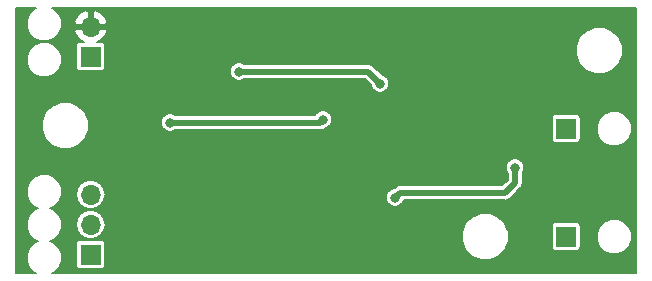
<source format=gbl>
G04 #@! TF.GenerationSoftware,KiCad,Pcbnew,(6.0.0-rc1-dev-313-g8db361882)*
G04 #@! TF.CreationDate,2018-08-23T14:32:26-04:00*
G04 #@! TF.ProjectId,SingleShotICbased,53696E676C6553686F74494362617365,rev?*
G04 #@! TF.SameCoordinates,Original*
G04 #@! TF.FileFunction,Copper,L2,Bot,Signal*
G04 #@! TF.FilePolarity,Positive*
%FSLAX46Y46*%
G04 Gerber Fmt 4.6, Leading zero omitted, Abs format (unit mm)*
G04 Created by KiCad (PCBNEW (6.0.0-rc1-dev-313-g8db361882)) date 08/23/18 14:32:26*
%MOMM*%
%LPD*%
G01*
G04 APERTURE LIST*
G04 #@! TA.AperFunction,ComponentPad*
%ADD10R,1.700000X1.700000*%
G04 #@! TD*
G04 #@! TA.AperFunction,ComponentPad*
%ADD11O,1.700000X1.700000*%
G04 #@! TD*
G04 #@! TA.AperFunction,ViaPad*
%ADD12C,0.800000*%
G04 #@! TD*
G04 #@! TA.AperFunction,Conductor*
%ADD13C,0.500000*%
G04 #@! TD*
G04 #@! TA.AperFunction,Conductor*
%ADD14C,0.150000*%
G04 #@! TD*
G04 APERTURE END LIST*
D10*
G04 #@! TO.P,J1,1*
G04 #@! TO.N,Net-(D2-Pad2)*
X160274000Y-89916000D03*
G04 #@! TD*
G04 #@! TO.P,J2,1*
G04 #@! TO.N,/LV_BATT+_RAW*
X120015000Y-83820000D03*
D11*
G04 #@! TO.P,J2,2*
G04 #@! TO.N,Earth*
X120015000Y-81280000D03*
G04 #@! TD*
D10*
G04 #@! TO.P,J3,1*
G04 #@! TO.N,Net-(D2-Pad1)*
X160274000Y-99060000D03*
G04 #@! TD*
G04 #@! TO.P,J4,1*
G04 #@! TO.N,/GRND_ESTP*
X120015000Y-100584000D03*
D11*
G04 #@! TO.P,J4,2*
G04 #@! TO.N,/PLAT_ESTOP*
X120015000Y-98044000D03*
G04 #@! TO.P,J4,3*
G04 #@! TO.N,/TMATICS*
X120015000Y-95504000D03*
G04 #@! TD*
D12*
G04 #@! TO.N,Earth*
X114300000Y-80010000D03*
X127000000Y-80010000D03*
X133350000Y-80010000D03*
X139700000Y-80010000D03*
X146050000Y-80010000D03*
X152400000Y-80010000D03*
X158750000Y-80010000D03*
X165100000Y-80010000D03*
X165735000Y-85725000D03*
X165735000Y-92075000D03*
X165735000Y-97028000D03*
X165100000Y-101600000D03*
X158750000Y-101600000D03*
X150495000Y-101600000D03*
X146050000Y-101600000D03*
X139700000Y-101600000D03*
X133350000Y-101600000D03*
X127000000Y-101600000D03*
X121920000Y-101600000D03*
X114300000Y-101600000D03*
X114300000Y-97028000D03*
X114300000Y-92075000D03*
X114300000Y-85725000D03*
G04 #@! TO.N,/LV_BATT+_DIODE*
X132588000Y-85090000D03*
X144526000Y-86106000D03*
G04 #@! TO.N,/TIMER_DONE*
X145796000Y-95758000D03*
X155956000Y-93218000D03*
G04 #@! TO.N,/TIMER_VDD*
X126746000Y-89408000D03*
X139700000Y-89154000D03*
G04 #@! TD*
D13*
G04 #@! TO.N,/LV_BATT+_DIODE*
X132588000Y-85090000D02*
X143510000Y-85090000D01*
X143510000Y-85090000D02*
X144526000Y-86106000D01*
G04 #@! TO.N,/TIMER_DONE*
X146195999Y-95358001D02*
X155085999Y-95358001D01*
X145796000Y-95758000D02*
X146195999Y-95358001D01*
X155085999Y-95358001D02*
X155956000Y-94488000D01*
X155956000Y-94488000D02*
X155956000Y-93218000D01*
G04 #@! TO.N,/TIMER_VDD*
X139446000Y-89408000D02*
X139700000Y-89154000D01*
X126746000Y-89408000D02*
X139446000Y-89408000D01*
G04 #@! TD*
D14*
G04 #@! TO.N,Earth*
G36*
X115237948Y-79768773D02*
X114820773Y-80185948D01*
X114595000Y-80731013D01*
X114595000Y-81320987D01*
X114820773Y-81866052D01*
X115237948Y-82283227D01*
X115783013Y-82509000D01*
X116372987Y-82509000D01*
X116918052Y-82283227D01*
X117335227Y-81866052D01*
X117412618Y-81679211D01*
X118638730Y-81679211D01*
X118759534Y-81970894D01*
X119119494Y-82398749D01*
X119467810Y-82579497D01*
X119165000Y-82579497D01*
X119015561Y-82609222D01*
X118888873Y-82693873D01*
X118804222Y-82820561D01*
X118774497Y-82970000D01*
X118774497Y-84670000D01*
X118804222Y-84819439D01*
X118888873Y-84946127D01*
X119015561Y-85030778D01*
X119165000Y-85060503D01*
X120865000Y-85060503D01*
X121014439Y-85030778D01*
X121141127Y-84946127D01*
X121149061Y-84934252D01*
X131805000Y-84934252D01*
X131805000Y-85245748D01*
X131924205Y-85533534D01*
X132144466Y-85753795D01*
X132432252Y-85873000D01*
X132743748Y-85873000D01*
X133031534Y-85753795D01*
X133062329Y-85723000D01*
X143247804Y-85723000D01*
X143743000Y-86218197D01*
X143743000Y-86261748D01*
X143862205Y-86549534D01*
X144082466Y-86769795D01*
X144370252Y-86889000D01*
X144681748Y-86889000D01*
X144969534Y-86769795D01*
X145189795Y-86549534D01*
X145309000Y-86261748D01*
X145309000Y-85950252D01*
X145189795Y-85662466D01*
X144969534Y-85442205D01*
X144681748Y-85323000D01*
X144638197Y-85323000D01*
X144001683Y-84686487D01*
X143966367Y-84633633D01*
X143756984Y-84493727D01*
X143572344Y-84457000D01*
X143572339Y-84457000D01*
X143510000Y-84444600D01*
X143447661Y-84457000D01*
X133062329Y-84457000D01*
X133031534Y-84426205D01*
X132743748Y-84307000D01*
X132432252Y-84307000D01*
X132144466Y-84426205D01*
X131924205Y-84646466D01*
X131805000Y-84934252D01*
X121149061Y-84934252D01*
X121225778Y-84819439D01*
X121255503Y-84670000D01*
X121255503Y-82970000D01*
X121245072Y-82917557D01*
X161085000Y-82917557D01*
X161085000Y-83706443D01*
X161386894Y-84435279D01*
X161944721Y-84993106D01*
X162673557Y-85295000D01*
X163462443Y-85295000D01*
X164191279Y-84993106D01*
X164749106Y-84435279D01*
X165051000Y-83706443D01*
X165051000Y-82917557D01*
X164749106Y-82188721D01*
X164191279Y-81630894D01*
X163462443Y-81329000D01*
X162673557Y-81329000D01*
X161944721Y-81630894D01*
X161386894Y-82188721D01*
X161085000Y-82917557D01*
X121245072Y-82917557D01*
X121225778Y-82820561D01*
X121141127Y-82693873D01*
X121014439Y-82609222D01*
X120865000Y-82579497D01*
X120562190Y-82579497D01*
X120910506Y-82398749D01*
X121270466Y-81970894D01*
X121391270Y-81679211D01*
X121289744Y-81459000D01*
X120194000Y-81459000D01*
X120194000Y-81479000D01*
X119836000Y-81479000D01*
X119836000Y-81459000D01*
X118740256Y-81459000D01*
X118638730Y-81679211D01*
X117412618Y-81679211D01*
X117561000Y-81320987D01*
X117561000Y-80880789D01*
X118638730Y-80880789D01*
X118740256Y-81101000D01*
X119836000Y-81101000D01*
X119836000Y-80003959D01*
X120194000Y-80003959D01*
X120194000Y-81101000D01*
X121289744Y-81101000D01*
X121391270Y-80880789D01*
X121270466Y-80589106D01*
X120910506Y-80161251D01*
X120414213Y-79903715D01*
X120194000Y-80003959D01*
X119836000Y-80003959D01*
X119615787Y-79903715D01*
X119119494Y-80161251D01*
X118759534Y-80589106D01*
X118638730Y-80880789D01*
X117561000Y-80880789D01*
X117561000Y-80731013D01*
X117335227Y-80185948D01*
X116918052Y-79768773D01*
X116730291Y-79691000D01*
X166181001Y-79691000D01*
X166181000Y-102173000D01*
X116730291Y-102173000D01*
X116918052Y-102095227D01*
X117335227Y-101678052D01*
X117561000Y-101132987D01*
X117561000Y-100543013D01*
X117335227Y-99997948D01*
X117071279Y-99734000D01*
X118774497Y-99734000D01*
X118774497Y-101434000D01*
X118804222Y-101583439D01*
X118888873Y-101710127D01*
X119015561Y-101794778D01*
X119165000Y-101824503D01*
X120865000Y-101824503D01*
X121014439Y-101794778D01*
X121141127Y-101710127D01*
X121225778Y-101583439D01*
X121255503Y-101434000D01*
X121255503Y-99734000D01*
X121225778Y-99584561D01*
X121141127Y-99457873D01*
X121014439Y-99373222D01*
X120865000Y-99343497D01*
X119165000Y-99343497D01*
X119015561Y-99373222D01*
X118888873Y-99457873D01*
X118804222Y-99584561D01*
X118774497Y-99734000D01*
X117071279Y-99734000D01*
X116918052Y-99580773D01*
X116580610Y-99441000D01*
X116918052Y-99301227D01*
X117335227Y-98884052D01*
X117561000Y-98338987D01*
X117561000Y-98044000D01*
X118757845Y-98044000D01*
X118853540Y-98525092D01*
X119126057Y-98932943D01*
X119533908Y-99205460D01*
X119893564Y-99277000D01*
X120136436Y-99277000D01*
X120496092Y-99205460D01*
X120903943Y-98932943D01*
X121082604Y-98665557D01*
X151433000Y-98665557D01*
X151433000Y-99454443D01*
X151734894Y-100183279D01*
X152292721Y-100741106D01*
X153021557Y-101043000D01*
X153810443Y-101043000D01*
X154539279Y-100741106D01*
X155097106Y-100183279D01*
X155399000Y-99454443D01*
X155399000Y-98665557D01*
X155210302Y-98210000D01*
X159033497Y-98210000D01*
X159033497Y-99910000D01*
X159063222Y-100059439D01*
X159147873Y-100186127D01*
X159274561Y-100270778D01*
X159424000Y-100300503D01*
X161124000Y-100300503D01*
X161273439Y-100270778D01*
X161400127Y-100186127D01*
X161484778Y-100059439D01*
X161514503Y-99910000D01*
X161514503Y-98765013D01*
X162855000Y-98765013D01*
X162855000Y-99354987D01*
X163080773Y-99900052D01*
X163497948Y-100317227D01*
X164043013Y-100543000D01*
X164632987Y-100543000D01*
X165178052Y-100317227D01*
X165595227Y-99900052D01*
X165821000Y-99354987D01*
X165821000Y-98765013D01*
X165595227Y-98219948D01*
X165178052Y-97802773D01*
X164632987Y-97577000D01*
X164043013Y-97577000D01*
X163497948Y-97802773D01*
X163080773Y-98219948D01*
X162855000Y-98765013D01*
X161514503Y-98765013D01*
X161514503Y-98210000D01*
X161484778Y-98060561D01*
X161400127Y-97933873D01*
X161273439Y-97849222D01*
X161124000Y-97819497D01*
X159424000Y-97819497D01*
X159274561Y-97849222D01*
X159147873Y-97933873D01*
X159063222Y-98060561D01*
X159033497Y-98210000D01*
X155210302Y-98210000D01*
X155097106Y-97936721D01*
X154539279Y-97378894D01*
X153810443Y-97077000D01*
X153021557Y-97077000D01*
X152292721Y-97378894D01*
X151734894Y-97936721D01*
X151433000Y-98665557D01*
X121082604Y-98665557D01*
X121176460Y-98525092D01*
X121272155Y-98044000D01*
X121176460Y-97562908D01*
X120903943Y-97155057D01*
X120496092Y-96882540D01*
X120136436Y-96811000D01*
X119893564Y-96811000D01*
X119533908Y-96882540D01*
X119126057Y-97155057D01*
X118853540Y-97562908D01*
X118757845Y-98044000D01*
X117561000Y-98044000D01*
X117561000Y-97749013D01*
X117335227Y-97203948D01*
X116918052Y-96786773D01*
X116580610Y-96647000D01*
X116918052Y-96507227D01*
X117335227Y-96090052D01*
X117561000Y-95544987D01*
X117561000Y-95504000D01*
X118757845Y-95504000D01*
X118853540Y-95985092D01*
X119126057Y-96392943D01*
X119533908Y-96665460D01*
X119893564Y-96737000D01*
X120136436Y-96737000D01*
X120496092Y-96665460D01*
X120903943Y-96392943D01*
X121176460Y-95985092D01*
X121252611Y-95602252D01*
X145013000Y-95602252D01*
X145013000Y-95913748D01*
X145132205Y-96201534D01*
X145352466Y-96421795D01*
X145640252Y-96541000D01*
X145951748Y-96541000D01*
X146239534Y-96421795D01*
X146459795Y-96201534D01*
X146547001Y-95991001D01*
X155023660Y-95991001D01*
X155085999Y-96003401D01*
X155148338Y-95991001D01*
X155148343Y-95991001D01*
X155332983Y-95954274D01*
X155542366Y-95814368D01*
X155577682Y-95761514D01*
X156359516Y-94979681D01*
X156412367Y-94944367D01*
X156552273Y-94734984D01*
X156589000Y-94550344D01*
X156589000Y-94550340D01*
X156601400Y-94488001D01*
X156589000Y-94425662D01*
X156589000Y-93692329D01*
X156619795Y-93661534D01*
X156739000Y-93373748D01*
X156739000Y-93062252D01*
X156619795Y-92774466D01*
X156399534Y-92554205D01*
X156111748Y-92435000D01*
X155800252Y-92435000D01*
X155512466Y-92554205D01*
X155292205Y-92774466D01*
X155173000Y-93062252D01*
X155173000Y-93373748D01*
X155292205Y-93661534D01*
X155323001Y-93692330D01*
X155323000Y-94225803D01*
X154823803Y-94725001D01*
X146258337Y-94725001D01*
X146195998Y-94712601D01*
X146133659Y-94725001D01*
X146133655Y-94725001D01*
X145949015Y-94761728D01*
X145739632Y-94901634D01*
X145704317Y-94954487D01*
X145683804Y-94975000D01*
X145640252Y-94975000D01*
X145352466Y-95094205D01*
X145132205Y-95314466D01*
X145013000Y-95602252D01*
X121252611Y-95602252D01*
X121272155Y-95504000D01*
X121176460Y-95022908D01*
X120903943Y-94615057D01*
X120496092Y-94342540D01*
X120136436Y-94271000D01*
X119893564Y-94271000D01*
X119533908Y-94342540D01*
X119126057Y-94615057D01*
X118853540Y-95022908D01*
X118757845Y-95504000D01*
X117561000Y-95504000D01*
X117561000Y-94955013D01*
X117335227Y-94409948D01*
X116918052Y-93992773D01*
X116372987Y-93767000D01*
X115783013Y-93767000D01*
X115237948Y-93992773D01*
X114820773Y-94409948D01*
X114595000Y-94955013D01*
X114595000Y-95544987D01*
X114820773Y-96090052D01*
X115237948Y-96507227D01*
X115575390Y-96647000D01*
X115237948Y-96786773D01*
X114820773Y-97203948D01*
X114595000Y-97749013D01*
X114595000Y-98338987D01*
X114820773Y-98884052D01*
X115237948Y-99301227D01*
X115575390Y-99441000D01*
X115237948Y-99580773D01*
X114820773Y-99997948D01*
X114595000Y-100543013D01*
X114595000Y-101132987D01*
X114820773Y-101678052D01*
X115237948Y-102095227D01*
X115425709Y-102173000D01*
X113727000Y-102173000D01*
X113727000Y-89267557D01*
X115873000Y-89267557D01*
X115873000Y-90056443D01*
X116174894Y-90785279D01*
X116732721Y-91343106D01*
X117461557Y-91645000D01*
X118250443Y-91645000D01*
X118979279Y-91343106D01*
X119537106Y-90785279D01*
X119839000Y-90056443D01*
X119839000Y-89267557D01*
X119832661Y-89252252D01*
X125963000Y-89252252D01*
X125963000Y-89563748D01*
X126082205Y-89851534D01*
X126302466Y-90071795D01*
X126590252Y-90191000D01*
X126901748Y-90191000D01*
X127189534Y-90071795D01*
X127220329Y-90041000D01*
X139383661Y-90041000D01*
X139446000Y-90053400D01*
X139508339Y-90041000D01*
X139508344Y-90041000D01*
X139692984Y-90004273D01*
X139793665Y-89937000D01*
X139855748Y-89937000D01*
X140143534Y-89817795D01*
X140363795Y-89597534D01*
X140483000Y-89309748D01*
X140483000Y-89066000D01*
X159033497Y-89066000D01*
X159033497Y-90766000D01*
X159063222Y-90915439D01*
X159147873Y-91042127D01*
X159274561Y-91126778D01*
X159424000Y-91156503D01*
X161124000Y-91156503D01*
X161273439Y-91126778D01*
X161400127Y-91042127D01*
X161484778Y-90915439D01*
X161514503Y-90766000D01*
X161514503Y-89621013D01*
X162855000Y-89621013D01*
X162855000Y-90210987D01*
X163080773Y-90756052D01*
X163497948Y-91173227D01*
X164043013Y-91399000D01*
X164632987Y-91399000D01*
X165178052Y-91173227D01*
X165595227Y-90756052D01*
X165821000Y-90210987D01*
X165821000Y-89621013D01*
X165595227Y-89075948D01*
X165178052Y-88658773D01*
X164632987Y-88433000D01*
X164043013Y-88433000D01*
X163497948Y-88658773D01*
X163080773Y-89075948D01*
X162855000Y-89621013D01*
X161514503Y-89621013D01*
X161514503Y-89066000D01*
X161484778Y-88916561D01*
X161400127Y-88789873D01*
X161273439Y-88705222D01*
X161124000Y-88675497D01*
X159424000Y-88675497D01*
X159274561Y-88705222D01*
X159147873Y-88789873D01*
X159063222Y-88916561D01*
X159033497Y-89066000D01*
X140483000Y-89066000D01*
X140483000Y-88998252D01*
X140363795Y-88710466D01*
X140143534Y-88490205D01*
X139855748Y-88371000D01*
X139544252Y-88371000D01*
X139256466Y-88490205D01*
X139036205Y-88710466D01*
X139009474Y-88775000D01*
X127220329Y-88775000D01*
X127189534Y-88744205D01*
X126901748Y-88625000D01*
X126590252Y-88625000D01*
X126302466Y-88744205D01*
X126082205Y-88964466D01*
X125963000Y-89252252D01*
X119832661Y-89252252D01*
X119537106Y-88538721D01*
X118979279Y-87980894D01*
X118250443Y-87679000D01*
X117461557Y-87679000D01*
X116732721Y-87980894D01*
X116174894Y-88538721D01*
X115873000Y-89267557D01*
X113727000Y-89267557D01*
X113727000Y-83779013D01*
X114595000Y-83779013D01*
X114595000Y-84368987D01*
X114820773Y-84914052D01*
X115237948Y-85331227D01*
X115783013Y-85557000D01*
X116372987Y-85557000D01*
X116918052Y-85331227D01*
X117335227Y-84914052D01*
X117561000Y-84368987D01*
X117561000Y-83779013D01*
X117335227Y-83233948D01*
X116918052Y-82816773D01*
X116372987Y-82591000D01*
X115783013Y-82591000D01*
X115237948Y-82816773D01*
X114820773Y-83233948D01*
X114595000Y-83779013D01*
X113727000Y-83779013D01*
X113727000Y-79691000D01*
X115425709Y-79691000D01*
X115237948Y-79768773D01*
X115237948Y-79768773D01*
G37*
X115237948Y-79768773D02*
X114820773Y-80185948D01*
X114595000Y-80731013D01*
X114595000Y-81320987D01*
X114820773Y-81866052D01*
X115237948Y-82283227D01*
X115783013Y-82509000D01*
X116372987Y-82509000D01*
X116918052Y-82283227D01*
X117335227Y-81866052D01*
X117412618Y-81679211D01*
X118638730Y-81679211D01*
X118759534Y-81970894D01*
X119119494Y-82398749D01*
X119467810Y-82579497D01*
X119165000Y-82579497D01*
X119015561Y-82609222D01*
X118888873Y-82693873D01*
X118804222Y-82820561D01*
X118774497Y-82970000D01*
X118774497Y-84670000D01*
X118804222Y-84819439D01*
X118888873Y-84946127D01*
X119015561Y-85030778D01*
X119165000Y-85060503D01*
X120865000Y-85060503D01*
X121014439Y-85030778D01*
X121141127Y-84946127D01*
X121149061Y-84934252D01*
X131805000Y-84934252D01*
X131805000Y-85245748D01*
X131924205Y-85533534D01*
X132144466Y-85753795D01*
X132432252Y-85873000D01*
X132743748Y-85873000D01*
X133031534Y-85753795D01*
X133062329Y-85723000D01*
X143247804Y-85723000D01*
X143743000Y-86218197D01*
X143743000Y-86261748D01*
X143862205Y-86549534D01*
X144082466Y-86769795D01*
X144370252Y-86889000D01*
X144681748Y-86889000D01*
X144969534Y-86769795D01*
X145189795Y-86549534D01*
X145309000Y-86261748D01*
X145309000Y-85950252D01*
X145189795Y-85662466D01*
X144969534Y-85442205D01*
X144681748Y-85323000D01*
X144638197Y-85323000D01*
X144001683Y-84686487D01*
X143966367Y-84633633D01*
X143756984Y-84493727D01*
X143572344Y-84457000D01*
X143572339Y-84457000D01*
X143510000Y-84444600D01*
X143447661Y-84457000D01*
X133062329Y-84457000D01*
X133031534Y-84426205D01*
X132743748Y-84307000D01*
X132432252Y-84307000D01*
X132144466Y-84426205D01*
X131924205Y-84646466D01*
X131805000Y-84934252D01*
X121149061Y-84934252D01*
X121225778Y-84819439D01*
X121255503Y-84670000D01*
X121255503Y-82970000D01*
X121245072Y-82917557D01*
X161085000Y-82917557D01*
X161085000Y-83706443D01*
X161386894Y-84435279D01*
X161944721Y-84993106D01*
X162673557Y-85295000D01*
X163462443Y-85295000D01*
X164191279Y-84993106D01*
X164749106Y-84435279D01*
X165051000Y-83706443D01*
X165051000Y-82917557D01*
X164749106Y-82188721D01*
X164191279Y-81630894D01*
X163462443Y-81329000D01*
X162673557Y-81329000D01*
X161944721Y-81630894D01*
X161386894Y-82188721D01*
X161085000Y-82917557D01*
X121245072Y-82917557D01*
X121225778Y-82820561D01*
X121141127Y-82693873D01*
X121014439Y-82609222D01*
X120865000Y-82579497D01*
X120562190Y-82579497D01*
X120910506Y-82398749D01*
X121270466Y-81970894D01*
X121391270Y-81679211D01*
X121289744Y-81459000D01*
X120194000Y-81459000D01*
X120194000Y-81479000D01*
X119836000Y-81479000D01*
X119836000Y-81459000D01*
X118740256Y-81459000D01*
X118638730Y-81679211D01*
X117412618Y-81679211D01*
X117561000Y-81320987D01*
X117561000Y-80880789D01*
X118638730Y-80880789D01*
X118740256Y-81101000D01*
X119836000Y-81101000D01*
X119836000Y-80003959D01*
X120194000Y-80003959D01*
X120194000Y-81101000D01*
X121289744Y-81101000D01*
X121391270Y-80880789D01*
X121270466Y-80589106D01*
X120910506Y-80161251D01*
X120414213Y-79903715D01*
X120194000Y-80003959D01*
X119836000Y-80003959D01*
X119615787Y-79903715D01*
X119119494Y-80161251D01*
X118759534Y-80589106D01*
X118638730Y-80880789D01*
X117561000Y-80880789D01*
X117561000Y-80731013D01*
X117335227Y-80185948D01*
X116918052Y-79768773D01*
X116730291Y-79691000D01*
X166181001Y-79691000D01*
X166181000Y-102173000D01*
X116730291Y-102173000D01*
X116918052Y-102095227D01*
X117335227Y-101678052D01*
X117561000Y-101132987D01*
X117561000Y-100543013D01*
X117335227Y-99997948D01*
X117071279Y-99734000D01*
X118774497Y-99734000D01*
X118774497Y-101434000D01*
X118804222Y-101583439D01*
X118888873Y-101710127D01*
X119015561Y-101794778D01*
X119165000Y-101824503D01*
X120865000Y-101824503D01*
X121014439Y-101794778D01*
X121141127Y-101710127D01*
X121225778Y-101583439D01*
X121255503Y-101434000D01*
X121255503Y-99734000D01*
X121225778Y-99584561D01*
X121141127Y-99457873D01*
X121014439Y-99373222D01*
X120865000Y-99343497D01*
X119165000Y-99343497D01*
X119015561Y-99373222D01*
X118888873Y-99457873D01*
X118804222Y-99584561D01*
X118774497Y-99734000D01*
X117071279Y-99734000D01*
X116918052Y-99580773D01*
X116580610Y-99441000D01*
X116918052Y-99301227D01*
X117335227Y-98884052D01*
X117561000Y-98338987D01*
X117561000Y-98044000D01*
X118757845Y-98044000D01*
X118853540Y-98525092D01*
X119126057Y-98932943D01*
X119533908Y-99205460D01*
X119893564Y-99277000D01*
X120136436Y-99277000D01*
X120496092Y-99205460D01*
X120903943Y-98932943D01*
X121082604Y-98665557D01*
X151433000Y-98665557D01*
X151433000Y-99454443D01*
X151734894Y-100183279D01*
X152292721Y-100741106D01*
X153021557Y-101043000D01*
X153810443Y-101043000D01*
X154539279Y-100741106D01*
X155097106Y-100183279D01*
X155399000Y-99454443D01*
X155399000Y-98665557D01*
X155210302Y-98210000D01*
X159033497Y-98210000D01*
X159033497Y-99910000D01*
X159063222Y-100059439D01*
X159147873Y-100186127D01*
X159274561Y-100270778D01*
X159424000Y-100300503D01*
X161124000Y-100300503D01*
X161273439Y-100270778D01*
X161400127Y-100186127D01*
X161484778Y-100059439D01*
X161514503Y-99910000D01*
X161514503Y-98765013D01*
X162855000Y-98765013D01*
X162855000Y-99354987D01*
X163080773Y-99900052D01*
X163497948Y-100317227D01*
X164043013Y-100543000D01*
X164632987Y-100543000D01*
X165178052Y-100317227D01*
X165595227Y-99900052D01*
X165821000Y-99354987D01*
X165821000Y-98765013D01*
X165595227Y-98219948D01*
X165178052Y-97802773D01*
X164632987Y-97577000D01*
X164043013Y-97577000D01*
X163497948Y-97802773D01*
X163080773Y-98219948D01*
X162855000Y-98765013D01*
X161514503Y-98765013D01*
X161514503Y-98210000D01*
X161484778Y-98060561D01*
X161400127Y-97933873D01*
X161273439Y-97849222D01*
X161124000Y-97819497D01*
X159424000Y-97819497D01*
X159274561Y-97849222D01*
X159147873Y-97933873D01*
X159063222Y-98060561D01*
X159033497Y-98210000D01*
X155210302Y-98210000D01*
X155097106Y-97936721D01*
X154539279Y-97378894D01*
X153810443Y-97077000D01*
X153021557Y-97077000D01*
X152292721Y-97378894D01*
X151734894Y-97936721D01*
X151433000Y-98665557D01*
X121082604Y-98665557D01*
X121176460Y-98525092D01*
X121272155Y-98044000D01*
X121176460Y-97562908D01*
X120903943Y-97155057D01*
X120496092Y-96882540D01*
X120136436Y-96811000D01*
X119893564Y-96811000D01*
X119533908Y-96882540D01*
X119126057Y-97155057D01*
X118853540Y-97562908D01*
X118757845Y-98044000D01*
X117561000Y-98044000D01*
X117561000Y-97749013D01*
X117335227Y-97203948D01*
X116918052Y-96786773D01*
X116580610Y-96647000D01*
X116918052Y-96507227D01*
X117335227Y-96090052D01*
X117561000Y-95544987D01*
X117561000Y-95504000D01*
X118757845Y-95504000D01*
X118853540Y-95985092D01*
X119126057Y-96392943D01*
X119533908Y-96665460D01*
X119893564Y-96737000D01*
X120136436Y-96737000D01*
X120496092Y-96665460D01*
X120903943Y-96392943D01*
X121176460Y-95985092D01*
X121252611Y-95602252D01*
X145013000Y-95602252D01*
X145013000Y-95913748D01*
X145132205Y-96201534D01*
X145352466Y-96421795D01*
X145640252Y-96541000D01*
X145951748Y-96541000D01*
X146239534Y-96421795D01*
X146459795Y-96201534D01*
X146547001Y-95991001D01*
X155023660Y-95991001D01*
X155085999Y-96003401D01*
X155148338Y-95991001D01*
X155148343Y-95991001D01*
X155332983Y-95954274D01*
X155542366Y-95814368D01*
X155577682Y-95761514D01*
X156359516Y-94979681D01*
X156412367Y-94944367D01*
X156552273Y-94734984D01*
X156589000Y-94550344D01*
X156589000Y-94550340D01*
X156601400Y-94488001D01*
X156589000Y-94425662D01*
X156589000Y-93692329D01*
X156619795Y-93661534D01*
X156739000Y-93373748D01*
X156739000Y-93062252D01*
X156619795Y-92774466D01*
X156399534Y-92554205D01*
X156111748Y-92435000D01*
X155800252Y-92435000D01*
X155512466Y-92554205D01*
X155292205Y-92774466D01*
X155173000Y-93062252D01*
X155173000Y-93373748D01*
X155292205Y-93661534D01*
X155323001Y-93692330D01*
X155323000Y-94225803D01*
X154823803Y-94725001D01*
X146258337Y-94725001D01*
X146195998Y-94712601D01*
X146133659Y-94725001D01*
X146133655Y-94725001D01*
X145949015Y-94761728D01*
X145739632Y-94901634D01*
X145704317Y-94954487D01*
X145683804Y-94975000D01*
X145640252Y-94975000D01*
X145352466Y-95094205D01*
X145132205Y-95314466D01*
X145013000Y-95602252D01*
X121252611Y-95602252D01*
X121272155Y-95504000D01*
X121176460Y-95022908D01*
X120903943Y-94615057D01*
X120496092Y-94342540D01*
X120136436Y-94271000D01*
X119893564Y-94271000D01*
X119533908Y-94342540D01*
X119126057Y-94615057D01*
X118853540Y-95022908D01*
X118757845Y-95504000D01*
X117561000Y-95504000D01*
X117561000Y-94955013D01*
X117335227Y-94409948D01*
X116918052Y-93992773D01*
X116372987Y-93767000D01*
X115783013Y-93767000D01*
X115237948Y-93992773D01*
X114820773Y-94409948D01*
X114595000Y-94955013D01*
X114595000Y-95544987D01*
X114820773Y-96090052D01*
X115237948Y-96507227D01*
X115575390Y-96647000D01*
X115237948Y-96786773D01*
X114820773Y-97203948D01*
X114595000Y-97749013D01*
X114595000Y-98338987D01*
X114820773Y-98884052D01*
X115237948Y-99301227D01*
X115575390Y-99441000D01*
X115237948Y-99580773D01*
X114820773Y-99997948D01*
X114595000Y-100543013D01*
X114595000Y-101132987D01*
X114820773Y-101678052D01*
X115237948Y-102095227D01*
X115425709Y-102173000D01*
X113727000Y-102173000D01*
X113727000Y-89267557D01*
X115873000Y-89267557D01*
X115873000Y-90056443D01*
X116174894Y-90785279D01*
X116732721Y-91343106D01*
X117461557Y-91645000D01*
X118250443Y-91645000D01*
X118979279Y-91343106D01*
X119537106Y-90785279D01*
X119839000Y-90056443D01*
X119839000Y-89267557D01*
X119832661Y-89252252D01*
X125963000Y-89252252D01*
X125963000Y-89563748D01*
X126082205Y-89851534D01*
X126302466Y-90071795D01*
X126590252Y-90191000D01*
X126901748Y-90191000D01*
X127189534Y-90071795D01*
X127220329Y-90041000D01*
X139383661Y-90041000D01*
X139446000Y-90053400D01*
X139508339Y-90041000D01*
X139508344Y-90041000D01*
X139692984Y-90004273D01*
X139793665Y-89937000D01*
X139855748Y-89937000D01*
X140143534Y-89817795D01*
X140363795Y-89597534D01*
X140483000Y-89309748D01*
X140483000Y-89066000D01*
X159033497Y-89066000D01*
X159033497Y-90766000D01*
X159063222Y-90915439D01*
X159147873Y-91042127D01*
X159274561Y-91126778D01*
X159424000Y-91156503D01*
X161124000Y-91156503D01*
X161273439Y-91126778D01*
X161400127Y-91042127D01*
X161484778Y-90915439D01*
X161514503Y-90766000D01*
X161514503Y-89621013D01*
X162855000Y-89621013D01*
X162855000Y-90210987D01*
X163080773Y-90756052D01*
X163497948Y-91173227D01*
X164043013Y-91399000D01*
X164632987Y-91399000D01*
X165178052Y-91173227D01*
X165595227Y-90756052D01*
X165821000Y-90210987D01*
X165821000Y-89621013D01*
X165595227Y-89075948D01*
X165178052Y-88658773D01*
X164632987Y-88433000D01*
X164043013Y-88433000D01*
X163497948Y-88658773D01*
X163080773Y-89075948D01*
X162855000Y-89621013D01*
X161514503Y-89621013D01*
X161514503Y-89066000D01*
X161484778Y-88916561D01*
X161400127Y-88789873D01*
X161273439Y-88705222D01*
X161124000Y-88675497D01*
X159424000Y-88675497D01*
X159274561Y-88705222D01*
X159147873Y-88789873D01*
X159063222Y-88916561D01*
X159033497Y-89066000D01*
X140483000Y-89066000D01*
X140483000Y-88998252D01*
X140363795Y-88710466D01*
X140143534Y-88490205D01*
X139855748Y-88371000D01*
X139544252Y-88371000D01*
X139256466Y-88490205D01*
X139036205Y-88710466D01*
X139009474Y-88775000D01*
X127220329Y-88775000D01*
X127189534Y-88744205D01*
X126901748Y-88625000D01*
X126590252Y-88625000D01*
X126302466Y-88744205D01*
X126082205Y-88964466D01*
X125963000Y-89252252D01*
X119832661Y-89252252D01*
X119537106Y-88538721D01*
X118979279Y-87980894D01*
X118250443Y-87679000D01*
X117461557Y-87679000D01*
X116732721Y-87980894D01*
X116174894Y-88538721D01*
X115873000Y-89267557D01*
X113727000Y-89267557D01*
X113727000Y-83779013D01*
X114595000Y-83779013D01*
X114595000Y-84368987D01*
X114820773Y-84914052D01*
X115237948Y-85331227D01*
X115783013Y-85557000D01*
X116372987Y-85557000D01*
X116918052Y-85331227D01*
X117335227Y-84914052D01*
X117561000Y-84368987D01*
X117561000Y-83779013D01*
X117335227Y-83233948D01*
X116918052Y-82816773D01*
X116372987Y-82591000D01*
X115783013Y-82591000D01*
X115237948Y-82816773D01*
X114820773Y-83233948D01*
X114595000Y-83779013D01*
X113727000Y-83779013D01*
X113727000Y-79691000D01*
X115425709Y-79691000D01*
X115237948Y-79768773D01*
G04 #@! TD*
M02*

</source>
